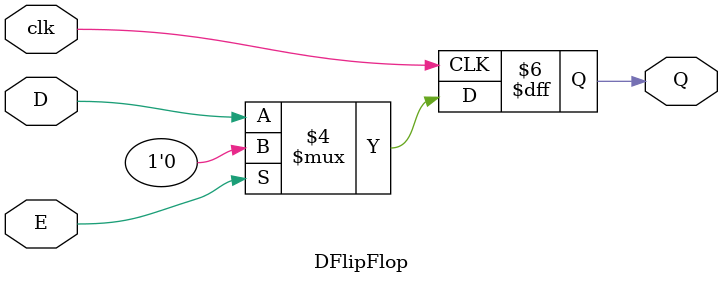
<source format=v>


module DFlipFlop(
    input D,
    input clk,
    input E,
    output reg Q
    );
always @(posedge clk)
begin
    if(E==1'b1)
        Q <= 1'b0;
    else
        Q <= D;
end
endmodule

</source>
